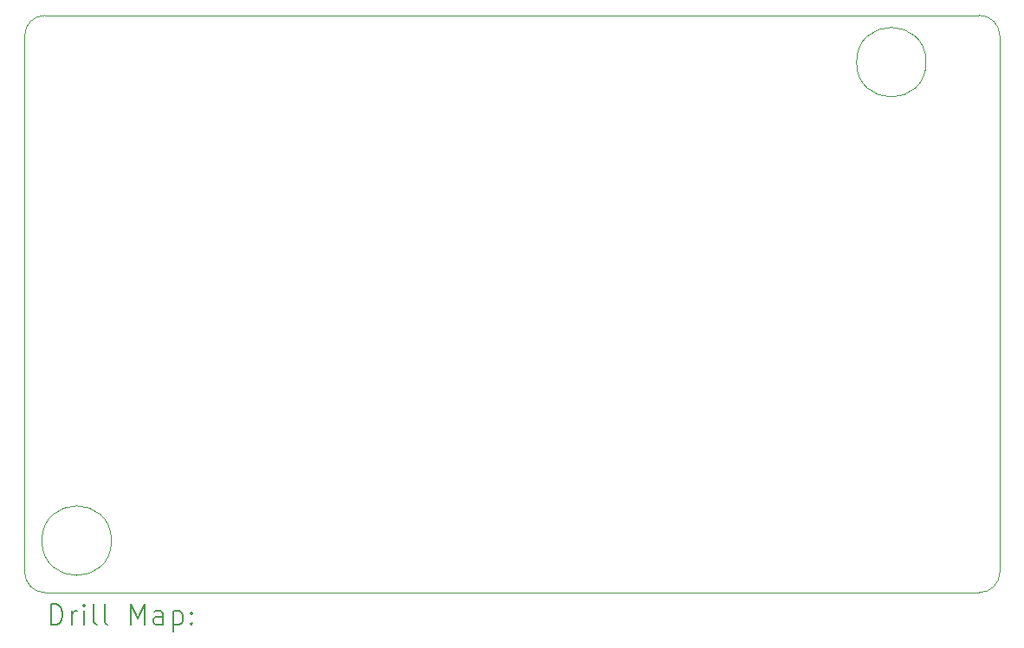
<source format=gbr>
%TF.GenerationSoftware,KiCad,Pcbnew,8.0.3*%
%TF.CreationDate,2024-12-27T16:28:44-08:00*%
%TF.ProjectId,enph259-servo,656e7068-3235-4392-9d73-6572766f2e6b,1*%
%TF.SameCoordinates,Original*%
%TF.FileFunction,Drillmap*%
%TF.FilePolarity,Positive*%
%FSLAX45Y45*%
G04 Gerber Fmt 4.5, Leading zero omitted, Abs format (unit mm)*
G04 Created by KiCad (PCBNEW 8.0.3) date 2024-12-27 16:28:44*
%MOMM*%
%LPD*%
G01*
G04 APERTURE LIST*
%ADD10C,0.050000*%
%ADD11C,0.200000*%
G04 APERTURE END LIST*
D10*
X5320000Y-8590000D02*
X5320000Y-3340000D01*
X14650000Y-3140000D02*
G75*
G02*
X14850000Y-3340000I0J-200000D01*
G01*
X5520000Y-8790000D02*
G75*
G02*
X5320000Y-8590000I0J200000D01*
G01*
X14650000Y-8790000D02*
X5520000Y-8790000D01*
X5520000Y-3140000D02*
X14650000Y-3140000D01*
X14850000Y-3340000D02*
X14850000Y-8590000D01*
X14130000Y-3598579D02*
G75*
G02*
X13450000Y-3598579I-340000J0D01*
G01*
X13450000Y-3598579D02*
G75*
G02*
X14130000Y-3598579I340000J0D01*
G01*
X14850000Y-8590000D02*
G75*
G02*
X14650000Y-8790000I-200000J0D01*
G01*
X5320000Y-3340000D02*
G75*
G02*
X5520000Y-3140000I200000J0D01*
G01*
X6168579Y-8281421D02*
G75*
G02*
X5488579Y-8281421I-340000J0D01*
G01*
X5488579Y-8281421D02*
G75*
G02*
X6168579Y-8281421I340000J0D01*
G01*
D11*
X5578277Y-9103984D02*
X5578277Y-8903984D01*
X5578277Y-8903984D02*
X5625896Y-8903984D01*
X5625896Y-8903984D02*
X5654467Y-8913508D01*
X5654467Y-8913508D02*
X5673515Y-8932555D01*
X5673515Y-8932555D02*
X5683039Y-8951603D01*
X5683039Y-8951603D02*
X5692562Y-8989698D01*
X5692562Y-8989698D02*
X5692562Y-9018270D01*
X5692562Y-9018270D02*
X5683039Y-9056365D01*
X5683039Y-9056365D02*
X5673515Y-9075412D01*
X5673515Y-9075412D02*
X5654467Y-9094460D01*
X5654467Y-9094460D02*
X5625896Y-9103984D01*
X5625896Y-9103984D02*
X5578277Y-9103984D01*
X5778277Y-9103984D02*
X5778277Y-8970650D01*
X5778277Y-9008746D02*
X5787801Y-8989698D01*
X5787801Y-8989698D02*
X5797324Y-8980174D01*
X5797324Y-8980174D02*
X5816372Y-8970650D01*
X5816372Y-8970650D02*
X5835420Y-8970650D01*
X5902086Y-9103984D02*
X5902086Y-8970650D01*
X5902086Y-8903984D02*
X5892562Y-8913508D01*
X5892562Y-8913508D02*
X5902086Y-8923031D01*
X5902086Y-8923031D02*
X5911610Y-8913508D01*
X5911610Y-8913508D02*
X5902086Y-8903984D01*
X5902086Y-8903984D02*
X5902086Y-8923031D01*
X6025896Y-9103984D02*
X6006848Y-9094460D01*
X6006848Y-9094460D02*
X5997324Y-9075412D01*
X5997324Y-9075412D02*
X5997324Y-8903984D01*
X6130658Y-9103984D02*
X6111610Y-9094460D01*
X6111610Y-9094460D02*
X6102086Y-9075412D01*
X6102086Y-9075412D02*
X6102086Y-8903984D01*
X6359229Y-9103984D02*
X6359229Y-8903984D01*
X6359229Y-8903984D02*
X6425896Y-9046841D01*
X6425896Y-9046841D02*
X6492562Y-8903984D01*
X6492562Y-8903984D02*
X6492562Y-9103984D01*
X6673515Y-9103984D02*
X6673515Y-8999222D01*
X6673515Y-8999222D02*
X6663991Y-8980174D01*
X6663991Y-8980174D02*
X6644943Y-8970650D01*
X6644943Y-8970650D02*
X6606848Y-8970650D01*
X6606848Y-8970650D02*
X6587801Y-8980174D01*
X6673515Y-9094460D02*
X6654467Y-9103984D01*
X6654467Y-9103984D02*
X6606848Y-9103984D01*
X6606848Y-9103984D02*
X6587801Y-9094460D01*
X6587801Y-9094460D02*
X6578277Y-9075412D01*
X6578277Y-9075412D02*
X6578277Y-9056365D01*
X6578277Y-9056365D02*
X6587801Y-9037317D01*
X6587801Y-9037317D02*
X6606848Y-9027793D01*
X6606848Y-9027793D02*
X6654467Y-9027793D01*
X6654467Y-9027793D02*
X6673515Y-9018270D01*
X6768753Y-8970650D02*
X6768753Y-9170650D01*
X6768753Y-8980174D02*
X6787801Y-8970650D01*
X6787801Y-8970650D02*
X6825896Y-8970650D01*
X6825896Y-8970650D02*
X6844943Y-8980174D01*
X6844943Y-8980174D02*
X6854467Y-8989698D01*
X6854467Y-8989698D02*
X6863991Y-9008746D01*
X6863991Y-9008746D02*
X6863991Y-9065889D01*
X6863991Y-9065889D02*
X6854467Y-9084936D01*
X6854467Y-9084936D02*
X6844943Y-9094460D01*
X6844943Y-9094460D02*
X6825896Y-9103984D01*
X6825896Y-9103984D02*
X6787801Y-9103984D01*
X6787801Y-9103984D02*
X6768753Y-9094460D01*
X6949705Y-9084936D02*
X6959229Y-9094460D01*
X6959229Y-9094460D02*
X6949705Y-9103984D01*
X6949705Y-9103984D02*
X6940182Y-9094460D01*
X6940182Y-9094460D02*
X6949705Y-9084936D01*
X6949705Y-9084936D02*
X6949705Y-9103984D01*
X6949705Y-8980174D02*
X6959229Y-8989698D01*
X6959229Y-8989698D02*
X6949705Y-8999222D01*
X6949705Y-8999222D02*
X6940182Y-8989698D01*
X6940182Y-8989698D02*
X6949705Y-8980174D01*
X6949705Y-8980174D02*
X6949705Y-8999222D01*
M02*

</source>
